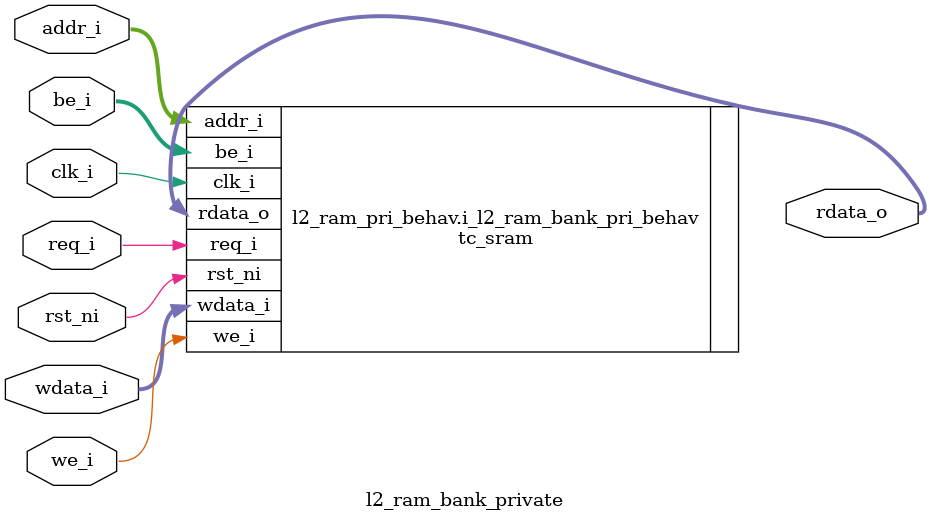
<source format=sv>

module l2_ram_bank_private #(
    parameter int unsigned BehavMem  = 1,
    parameter int unsigned NumWords  = 0,
    parameter int unsigned DataWidth = 0
) (
    input logic clk_i,
    input logic rst_ni,
    input logic req_i,
    input logic we_i,
    input logic [$clog2(NumWords)-1:0] addr_i,
    input logic [DataWidth-1:0] wdata_i,
    input logic [((DataWidth+8-1)/8)-1:0] be_i,
    output logic [DataWidth-1:0] rdata_o
);

  if (BehavMem) begin : l2_ram_pri_behav
    tc_sram #(
        .NumWords (NumWords),
        .DataWidth(DataWidth),
        .NumPorts (1)
    ) i_l2_ram_bank_pri_behav (
        .clk_i,
        .rst_ni,
        .req_i,
        .we_i,
        .addr_i,
        .wdata_i,
        .be_i,
        .rdata_o
    );
  end else begin : l2_ram_pri_macro  // block: l2_ram_pri_behav
    l2_sram_private_macro_wrap #(
        .NumWords (NumWords),
        .DataWidth(DataWidth)
    ) i_l2_ram_bank_pri_macro (
        .clk_i,
        .rst_ni,
        .req_i,
        .we_i,
        .addr_i,
        .wdata_i,
        .be_i,
        .rdata_o
    );

  end  // block: l2_ram_pri_macro
  
endmodule

</source>
